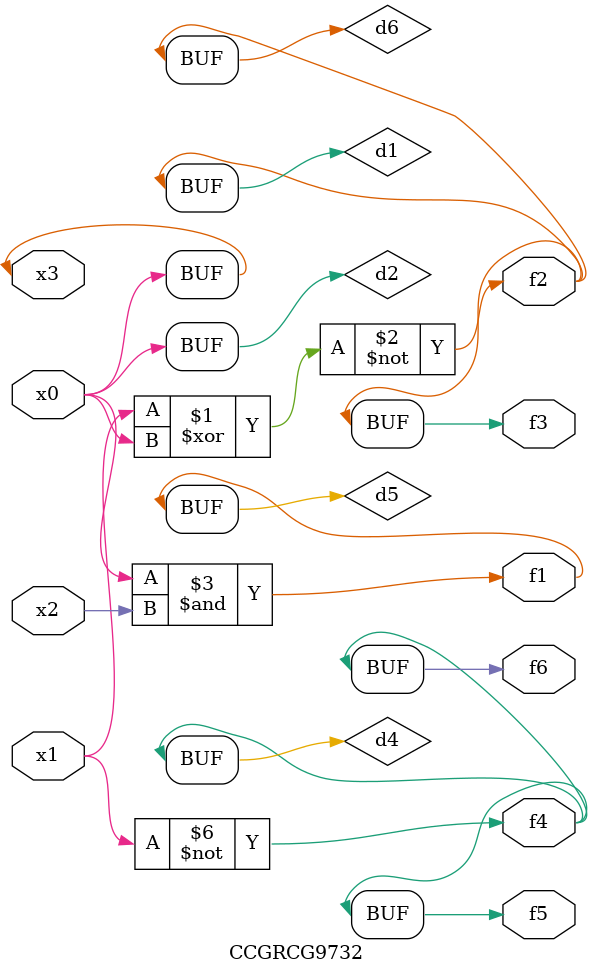
<source format=v>
module CCGRCG9732(
	input x0, x1, x2, x3,
	output f1, f2, f3, f4, f5, f6
);

	wire d1, d2, d3, d4, d5, d6;

	xnor (d1, x1, x3);
	buf (d2, x0, x3);
	nand (d3, x0, x2);
	not (d4, x1);
	nand (d5, d3);
	or (d6, d1);
	assign f1 = d5;
	assign f2 = d6;
	assign f3 = d6;
	assign f4 = d4;
	assign f5 = d4;
	assign f6 = d4;
endmodule

</source>
